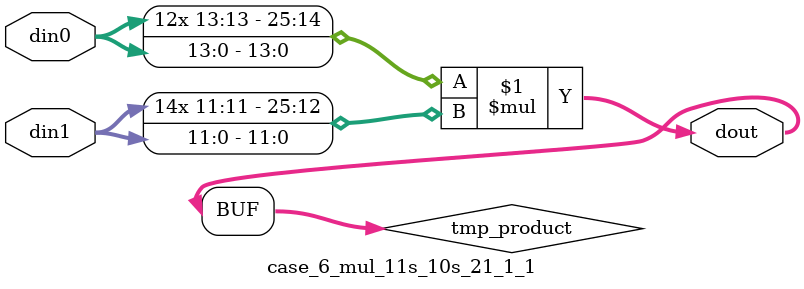
<source format=v>

`timescale 1 ns / 1 ps

 (* use_dsp = "no" *)  module case_6_mul_11s_10s_21_1_1(din0, din1, dout);
parameter ID = 1;
parameter NUM_STAGE = 0;
parameter din0_WIDTH = 14;
parameter din1_WIDTH = 12;
parameter dout_WIDTH = 26;

input [din0_WIDTH - 1 : 0] din0; 
input [din1_WIDTH - 1 : 0] din1; 
output [dout_WIDTH - 1 : 0] dout;

wire signed [dout_WIDTH - 1 : 0] tmp_product;



























assign tmp_product = $signed(din0) * $signed(din1);








assign dout = tmp_product;





















endmodule

</source>
